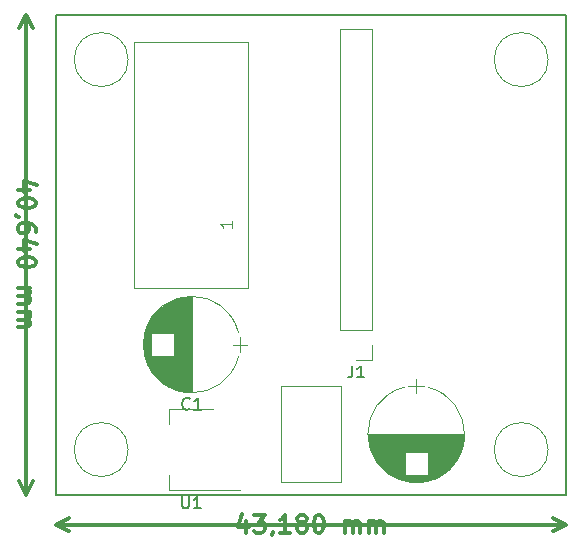
<source format=gto>
G04 #@! TF.FileFunction,Legend,Top*
%FSLAX46Y46*%
G04 Gerber Fmt 4.6, Leading zero omitted, Abs format (unit mm)*
G04 Created by KiCad (PCBNEW 4.0.7-e0-6372~58~ubuntu16.10.1) date Fri Jul 21 12:49:51 2017*
%MOMM*%
%LPD*%
G01*
G04 APERTURE LIST*
%ADD10C,0.100000*%
%ADD11C,0.300000*%
%ADD12C,0.200000*%
%ADD13C,0.120000*%
%ADD14C,0.150000*%
G04 APERTURE END LIST*
D10*
D11*
X150181429Y-88480001D02*
X149181429Y-88480001D01*
X150752857Y-88122858D02*
X149681429Y-87765715D01*
X149681429Y-88694287D01*
X150681429Y-89551429D02*
X150681429Y-89694286D01*
X150610000Y-89837143D01*
X150538571Y-89908572D01*
X150395714Y-89980001D01*
X150110000Y-90051429D01*
X149752857Y-90051429D01*
X149467143Y-89980001D01*
X149324286Y-89908572D01*
X149252857Y-89837143D01*
X149181429Y-89694286D01*
X149181429Y-89551429D01*
X149252857Y-89408572D01*
X149324286Y-89337143D01*
X149467143Y-89265715D01*
X149752857Y-89194286D01*
X150110000Y-89194286D01*
X150395714Y-89265715D01*
X150538571Y-89337143D01*
X150610000Y-89408572D01*
X150681429Y-89551429D01*
X149252857Y-90765714D02*
X149181429Y-90765714D01*
X149038571Y-90694286D01*
X148967143Y-90622857D01*
X150681429Y-92051429D02*
X150681429Y-91765715D01*
X150610000Y-91622858D01*
X150538571Y-91551429D01*
X150324286Y-91408572D01*
X150038571Y-91337143D01*
X149467143Y-91337143D01*
X149324286Y-91408572D01*
X149252857Y-91480000D01*
X149181429Y-91622858D01*
X149181429Y-91908572D01*
X149252857Y-92051429D01*
X149324286Y-92122858D01*
X149467143Y-92194286D01*
X149824286Y-92194286D01*
X149967143Y-92122858D01*
X150038571Y-92051429D01*
X150110000Y-91908572D01*
X150110000Y-91622858D01*
X150038571Y-91480000D01*
X149967143Y-91408572D01*
X149824286Y-91337143D01*
X150181429Y-93480000D02*
X149181429Y-93480000D01*
X150752857Y-93122857D02*
X149681429Y-92765714D01*
X149681429Y-93694286D01*
X150681429Y-94551428D02*
X150681429Y-94694285D01*
X150610000Y-94837142D01*
X150538571Y-94908571D01*
X150395714Y-94980000D01*
X150110000Y-95051428D01*
X149752857Y-95051428D01*
X149467143Y-94980000D01*
X149324286Y-94908571D01*
X149252857Y-94837142D01*
X149181429Y-94694285D01*
X149181429Y-94551428D01*
X149252857Y-94408571D01*
X149324286Y-94337142D01*
X149467143Y-94265714D01*
X149752857Y-94194285D01*
X150110000Y-94194285D01*
X150395714Y-94265714D01*
X150538571Y-94337142D01*
X150610000Y-94408571D01*
X150681429Y-94551428D01*
X149181429Y-96837142D02*
X150181429Y-96837142D01*
X150038571Y-96837142D02*
X150110000Y-96908570D01*
X150181429Y-97051428D01*
X150181429Y-97265713D01*
X150110000Y-97408570D01*
X149967143Y-97479999D01*
X149181429Y-97479999D01*
X149967143Y-97479999D02*
X150110000Y-97551428D01*
X150181429Y-97694285D01*
X150181429Y-97908570D01*
X150110000Y-98051428D01*
X149967143Y-98122856D01*
X149181429Y-98122856D01*
X149181429Y-98837142D02*
X150181429Y-98837142D01*
X150038571Y-98837142D02*
X150110000Y-98908570D01*
X150181429Y-99051428D01*
X150181429Y-99265713D01*
X150110000Y-99408570D01*
X149967143Y-99479999D01*
X149181429Y-99479999D01*
X149967143Y-99479999D02*
X150110000Y-99551428D01*
X150181429Y-99694285D01*
X150181429Y-99908570D01*
X150110000Y-100051428D01*
X149967143Y-100122856D01*
X149181429Y-100122856D01*
X149860000Y-73660000D02*
X149860000Y-114300000D01*
X149860000Y-73660000D02*
X149860000Y-73660000D01*
X149860000Y-114300000D02*
X149860000Y-114300000D01*
X149860000Y-114300000D02*
X149273579Y-113173496D01*
X149860000Y-114300000D02*
X150446421Y-113173496D01*
X149860000Y-73660000D02*
X149273579Y-74786504D01*
X149860000Y-73660000D02*
X150446421Y-74786504D01*
X168490001Y-116518571D02*
X168490001Y-117518571D01*
X168132858Y-115947143D02*
X167775715Y-117018571D01*
X168704287Y-117018571D01*
X169132858Y-116018571D02*
X170061429Y-116018571D01*
X169561429Y-116590000D01*
X169775715Y-116590000D01*
X169918572Y-116661429D01*
X169990001Y-116732857D01*
X170061429Y-116875714D01*
X170061429Y-117232857D01*
X169990001Y-117375714D01*
X169918572Y-117447143D01*
X169775715Y-117518571D01*
X169347143Y-117518571D01*
X169204286Y-117447143D01*
X169132858Y-117375714D01*
X170775714Y-117447143D02*
X170775714Y-117518571D01*
X170704286Y-117661429D01*
X170632857Y-117732857D01*
X172204286Y-117518571D02*
X171347143Y-117518571D01*
X171775715Y-117518571D02*
X171775715Y-116018571D01*
X171632858Y-116232857D01*
X171490000Y-116375714D01*
X171347143Y-116447143D01*
X173061429Y-116661429D02*
X172918571Y-116590000D01*
X172847143Y-116518571D01*
X172775714Y-116375714D01*
X172775714Y-116304286D01*
X172847143Y-116161429D01*
X172918571Y-116090000D01*
X173061429Y-116018571D01*
X173347143Y-116018571D01*
X173490000Y-116090000D01*
X173561429Y-116161429D01*
X173632857Y-116304286D01*
X173632857Y-116375714D01*
X173561429Y-116518571D01*
X173490000Y-116590000D01*
X173347143Y-116661429D01*
X173061429Y-116661429D01*
X172918571Y-116732857D01*
X172847143Y-116804286D01*
X172775714Y-116947143D01*
X172775714Y-117232857D01*
X172847143Y-117375714D01*
X172918571Y-117447143D01*
X173061429Y-117518571D01*
X173347143Y-117518571D01*
X173490000Y-117447143D01*
X173561429Y-117375714D01*
X173632857Y-117232857D01*
X173632857Y-116947143D01*
X173561429Y-116804286D01*
X173490000Y-116732857D01*
X173347143Y-116661429D01*
X174561428Y-116018571D02*
X174704285Y-116018571D01*
X174847142Y-116090000D01*
X174918571Y-116161429D01*
X174990000Y-116304286D01*
X175061428Y-116590000D01*
X175061428Y-116947143D01*
X174990000Y-117232857D01*
X174918571Y-117375714D01*
X174847142Y-117447143D01*
X174704285Y-117518571D01*
X174561428Y-117518571D01*
X174418571Y-117447143D01*
X174347142Y-117375714D01*
X174275714Y-117232857D01*
X174204285Y-116947143D01*
X174204285Y-116590000D01*
X174275714Y-116304286D01*
X174347142Y-116161429D01*
X174418571Y-116090000D01*
X174561428Y-116018571D01*
X176847142Y-117518571D02*
X176847142Y-116518571D01*
X176847142Y-116661429D02*
X176918570Y-116590000D01*
X177061428Y-116518571D01*
X177275713Y-116518571D01*
X177418570Y-116590000D01*
X177489999Y-116732857D01*
X177489999Y-117518571D01*
X177489999Y-116732857D02*
X177561428Y-116590000D01*
X177704285Y-116518571D01*
X177918570Y-116518571D01*
X178061428Y-116590000D01*
X178132856Y-116732857D01*
X178132856Y-117518571D01*
X178847142Y-117518571D02*
X178847142Y-116518571D01*
X178847142Y-116661429D02*
X178918570Y-116590000D01*
X179061428Y-116518571D01*
X179275713Y-116518571D01*
X179418570Y-116590000D01*
X179489999Y-116732857D01*
X179489999Y-117518571D01*
X179489999Y-116732857D02*
X179561428Y-116590000D01*
X179704285Y-116518571D01*
X179918570Y-116518571D01*
X180061428Y-116590000D01*
X180132856Y-116732857D01*
X180132856Y-117518571D01*
X195580000Y-116840000D02*
X152400000Y-116840000D01*
X195580000Y-116840000D02*
X195580000Y-116840000D01*
X152400000Y-116840000D02*
X152400000Y-116840000D01*
X152400000Y-116840000D02*
X153526504Y-116253579D01*
X152400000Y-116840000D02*
X153526504Y-117426421D01*
X195580000Y-116840000D02*
X194453496Y-116253579D01*
X195580000Y-116840000D02*
X194453496Y-117426421D01*
D12*
X152400000Y-114300000D02*
X152400000Y-73660000D01*
X153670000Y-114300000D02*
X152400000Y-114300000D01*
X195580000Y-114300000D02*
X153670000Y-114300000D01*
X195580000Y-73660000D02*
X195580000Y-114300000D01*
X152400000Y-73660000D02*
X195580000Y-73660000D01*
D13*
X158496000Y-110490000D02*
G75*
G03X158496000Y-110490000I-2286000J0D01*
G01*
X158496000Y-77470000D02*
G75*
G03X158496000Y-77470000I-2286000J0D01*
G01*
X194056000Y-77470000D02*
G75*
G03X194056000Y-77470000I-2286000J0D01*
G01*
X163870000Y-105650000D02*
X163870000Y-97550000D01*
X163830000Y-105650000D02*
X163830000Y-97550000D01*
X163790000Y-105650000D02*
X163790000Y-97550000D01*
X163750000Y-105649000D02*
X163750000Y-97551000D01*
X163710000Y-105647000D02*
X163710000Y-97553000D01*
X163670000Y-105646000D02*
X163670000Y-97554000D01*
X163630000Y-105643000D02*
X163630000Y-97557000D01*
X163590000Y-105641000D02*
X163590000Y-97559000D01*
X163550000Y-105638000D02*
X163550000Y-97562000D01*
X163510000Y-105635000D02*
X163510000Y-97565000D01*
X163470000Y-105631000D02*
X163470000Y-97569000D01*
X163430000Y-105627000D02*
X163430000Y-97573000D01*
X163390000Y-105622000D02*
X163390000Y-97578000D01*
X163350000Y-105617000D02*
X163350000Y-97583000D01*
X163310000Y-105612000D02*
X163310000Y-97588000D01*
X163270000Y-105606000D02*
X163270000Y-97594000D01*
X163230000Y-105600000D02*
X163230000Y-97600000D01*
X163190000Y-105594000D02*
X163190000Y-97606000D01*
X163149000Y-105587000D02*
X163149000Y-97613000D01*
X163109000Y-105579000D02*
X163109000Y-97621000D01*
X163069000Y-105571000D02*
X163069000Y-97629000D01*
X163029000Y-105563000D02*
X163029000Y-97637000D01*
X162989000Y-105555000D02*
X162989000Y-97645000D01*
X162949000Y-105546000D02*
X162949000Y-97654000D01*
X162909000Y-105536000D02*
X162909000Y-97664000D01*
X162869000Y-105526000D02*
X162869000Y-97674000D01*
X162829000Y-105516000D02*
X162829000Y-97684000D01*
X162789000Y-105505000D02*
X162789000Y-97695000D01*
X162749000Y-105494000D02*
X162749000Y-97706000D01*
X162709000Y-105483000D02*
X162709000Y-97717000D01*
X162669000Y-105470000D02*
X162669000Y-97730000D01*
X162629000Y-105458000D02*
X162629000Y-97742000D01*
X162589000Y-105445000D02*
X162589000Y-97755000D01*
X162549000Y-105432000D02*
X162549000Y-97768000D01*
X162509000Y-105418000D02*
X162509000Y-97782000D01*
X162469000Y-105403000D02*
X162469000Y-97797000D01*
X162429000Y-105389000D02*
X162429000Y-97811000D01*
X162389000Y-105373000D02*
X162389000Y-97827000D01*
X162349000Y-105358000D02*
X162349000Y-102580000D01*
X162349000Y-100620000D02*
X162349000Y-97842000D01*
X162309000Y-105341000D02*
X162309000Y-102580000D01*
X162309000Y-100620000D02*
X162309000Y-97859000D01*
X162269000Y-105325000D02*
X162269000Y-102580000D01*
X162269000Y-100620000D02*
X162269000Y-97875000D01*
X162229000Y-105307000D02*
X162229000Y-102580000D01*
X162229000Y-100620000D02*
X162229000Y-97893000D01*
X162189000Y-105290000D02*
X162189000Y-102580000D01*
X162189000Y-100620000D02*
X162189000Y-97910000D01*
X162149000Y-105271000D02*
X162149000Y-102580000D01*
X162149000Y-100620000D02*
X162149000Y-97929000D01*
X162109000Y-105252000D02*
X162109000Y-102580000D01*
X162109000Y-100620000D02*
X162109000Y-97948000D01*
X162069000Y-105233000D02*
X162069000Y-102580000D01*
X162069000Y-100620000D02*
X162069000Y-97967000D01*
X162029000Y-105213000D02*
X162029000Y-102580000D01*
X162029000Y-100620000D02*
X162029000Y-97987000D01*
X161989000Y-105193000D02*
X161989000Y-102580000D01*
X161989000Y-100620000D02*
X161989000Y-98007000D01*
X161949000Y-105172000D02*
X161949000Y-102580000D01*
X161949000Y-100620000D02*
X161949000Y-98028000D01*
X161909000Y-105150000D02*
X161909000Y-102580000D01*
X161909000Y-100620000D02*
X161909000Y-98050000D01*
X161869000Y-105128000D02*
X161869000Y-102580000D01*
X161869000Y-100620000D02*
X161869000Y-98072000D01*
X161829000Y-105105000D02*
X161829000Y-102580000D01*
X161829000Y-100620000D02*
X161829000Y-98095000D01*
X161789000Y-105082000D02*
X161789000Y-102580000D01*
X161789000Y-100620000D02*
X161789000Y-98118000D01*
X161749000Y-105058000D02*
X161749000Y-102580000D01*
X161749000Y-100620000D02*
X161749000Y-98142000D01*
X161709000Y-105034000D02*
X161709000Y-102580000D01*
X161709000Y-100620000D02*
X161709000Y-98166000D01*
X161669000Y-105008000D02*
X161669000Y-102580000D01*
X161669000Y-100620000D02*
X161669000Y-98192000D01*
X161629000Y-104983000D02*
X161629000Y-102580000D01*
X161629000Y-100620000D02*
X161629000Y-98217000D01*
X161589000Y-104956000D02*
X161589000Y-102580000D01*
X161589000Y-100620000D02*
X161589000Y-98244000D01*
X161549000Y-104929000D02*
X161549000Y-102580000D01*
X161549000Y-100620000D02*
X161549000Y-98271000D01*
X161509000Y-104901000D02*
X161509000Y-102580000D01*
X161509000Y-100620000D02*
X161509000Y-98299000D01*
X161469000Y-104872000D02*
X161469000Y-102580000D01*
X161469000Y-100620000D02*
X161469000Y-98328000D01*
X161429000Y-104843000D02*
X161429000Y-102580000D01*
X161429000Y-100620000D02*
X161429000Y-98357000D01*
X161389000Y-104813000D02*
X161389000Y-102580000D01*
X161389000Y-100620000D02*
X161389000Y-98387000D01*
X161349000Y-104782000D02*
X161349000Y-102580000D01*
X161349000Y-100620000D02*
X161349000Y-98418000D01*
X161309000Y-104750000D02*
X161309000Y-102580000D01*
X161309000Y-100620000D02*
X161309000Y-98450000D01*
X161269000Y-104718000D02*
X161269000Y-102580000D01*
X161269000Y-100620000D02*
X161269000Y-98482000D01*
X161229000Y-104684000D02*
X161229000Y-102580000D01*
X161229000Y-100620000D02*
X161229000Y-98516000D01*
X161189000Y-104650000D02*
X161189000Y-102580000D01*
X161189000Y-100620000D02*
X161189000Y-98550000D01*
X161149000Y-104615000D02*
X161149000Y-102580000D01*
X161149000Y-100620000D02*
X161149000Y-98585000D01*
X161109000Y-104579000D02*
X161109000Y-102580000D01*
X161109000Y-100620000D02*
X161109000Y-98621000D01*
X161069000Y-104542000D02*
X161069000Y-102580000D01*
X161069000Y-100620000D02*
X161069000Y-98658000D01*
X161029000Y-104504000D02*
X161029000Y-102580000D01*
X161029000Y-100620000D02*
X161029000Y-98696000D01*
X160989000Y-104465000D02*
X160989000Y-102580000D01*
X160989000Y-100620000D02*
X160989000Y-98735000D01*
X160949000Y-104424000D02*
X160949000Y-102580000D01*
X160949000Y-100620000D02*
X160949000Y-98776000D01*
X160909000Y-104383000D02*
X160909000Y-102580000D01*
X160909000Y-100620000D02*
X160909000Y-98817000D01*
X160869000Y-104340000D02*
X160869000Y-102580000D01*
X160869000Y-100620000D02*
X160869000Y-98860000D01*
X160829000Y-104297000D02*
X160829000Y-102580000D01*
X160829000Y-100620000D02*
X160829000Y-98903000D01*
X160789000Y-104252000D02*
X160789000Y-102580000D01*
X160789000Y-100620000D02*
X160789000Y-98948000D01*
X160749000Y-104205000D02*
X160749000Y-102580000D01*
X160749000Y-100620000D02*
X160749000Y-98995000D01*
X160709000Y-104157000D02*
X160709000Y-102580000D01*
X160709000Y-100620000D02*
X160709000Y-99043000D01*
X160669000Y-104108000D02*
X160669000Y-102580000D01*
X160669000Y-100620000D02*
X160669000Y-99092000D01*
X160629000Y-104057000D02*
X160629000Y-102580000D01*
X160629000Y-100620000D02*
X160629000Y-99143000D01*
X160589000Y-104004000D02*
X160589000Y-102580000D01*
X160589000Y-100620000D02*
X160589000Y-99196000D01*
X160549000Y-103949000D02*
X160549000Y-102580000D01*
X160549000Y-100620000D02*
X160549000Y-99251000D01*
X160509000Y-103893000D02*
X160509000Y-102580000D01*
X160509000Y-100620000D02*
X160509000Y-99307000D01*
X160469000Y-103834000D02*
X160469000Y-102580000D01*
X160469000Y-100620000D02*
X160469000Y-99366000D01*
X160429000Y-103773000D02*
X160429000Y-102580000D01*
X160429000Y-100620000D02*
X160429000Y-99427000D01*
X160389000Y-103709000D02*
X160389000Y-99491000D01*
X160349000Y-103643000D02*
X160349000Y-99557000D01*
X160309000Y-103574000D02*
X160309000Y-99626000D01*
X160269000Y-103502000D02*
X160269000Y-99698000D01*
X160229000Y-103426000D02*
X160229000Y-99774000D01*
X160189000Y-103345000D02*
X160189000Y-99855000D01*
X160149000Y-103260000D02*
X160149000Y-99940000D01*
X160109000Y-103170000D02*
X160109000Y-100030000D01*
X160069000Y-103073000D02*
X160069000Y-100127000D01*
X160029000Y-102969000D02*
X160029000Y-100231000D01*
X159989000Y-102854000D02*
X159989000Y-100346000D01*
X159949000Y-102727000D02*
X159949000Y-100473000D01*
X159909000Y-102583000D02*
X159909000Y-100617000D01*
X159869000Y-102414000D02*
X159869000Y-100786000D01*
X159829000Y-102198000D02*
X159829000Y-101002000D01*
X159789000Y-101846000D02*
X159789000Y-101354000D01*
X168570000Y-101600000D02*
X167370000Y-101600000D01*
X167970000Y-102250000D02*
X167970000Y-100950000D01*
X159898684Y-102578135D02*
G75*
G03X167840856Y-102580000I3971316J978135D01*
G01*
X159898684Y-100621865D02*
G75*
G02X167840856Y-100620000I3971316J-978135D01*
G01*
X159898684Y-100621865D02*
G75*
G03X159899144Y-102580000I3971316J-978135D01*
G01*
X186930000Y-109180000D02*
X178830000Y-109180000D01*
X186930000Y-109220000D02*
X178830000Y-109220000D01*
X186930000Y-109260000D02*
X178830000Y-109260000D01*
X186929000Y-109300000D02*
X178831000Y-109300000D01*
X186927000Y-109340000D02*
X178833000Y-109340000D01*
X186926000Y-109380000D02*
X178834000Y-109380000D01*
X186923000Y-109420000D02*
X178837000Y-109420000D01*
X186921000Y-109460000D02*
X178839000Y-109460000D01*
X186918000Y-109500000D02*
X178842000Y-109500000D01*
X186915000Y-109540000D02*
X178845000Y-109540000D01*
X186911000Y-109580000D02*
X178849000Y-109580000D01*
X186907000Y-109620000D02*
X178853000Y-109620000D01*
X186902000Y-109660000D02*
X178858000Y-109660000D01*
X186897000Y-109700000D02*
X178863000Y-109700000D01*
X186892000Y-109740000D02*
X178868000Y-109740000D01*
X186886000Y-109780000D02*
X178874000Y-109780000D01*
X186880000Y-109820000D02*
X178880000Y-109820000D01*
X186874000Y-109860000D02*
X178886000Y-109860000D01*
X186867000Y-109901000D02*
X178893000Y-109901000D01*
X186859000Y-109941000D02*
X178901000Y-109941000D01*
X186851000Y-109981000D02*
X178909000Y-109981000D01*
X186843000Y-110021000D02*
X178917000Y-110021000D01*
X186835000Y-110061000D02*
X178925000Y-110061000D01*
X186826000Y-110101000D02*
X178934000Y-110101000D01*
X186816000Y-110141000D02*
X178944000Y-110141000D01*
X186806000Y-110181000D02*
X178954000Y-110181000D01*
X186796000Y-110221000D02*
X178964000Y-110221000D01*
X186785000Y-110261000D02*
X178975000Y-110261000D01*
X186774000Y-110301000D02*
X178986000Y-110301000D01*
X186763000Y-110341000D02*
X178997000Y-110341000D01*
X186750000Y-110381000D02*
X179010000Y-110381000D01*
X186738000Y-110421000D02*
X179022000Y-110421000D01*
X186725000Y-110461000D02*
X179035000Y-110461000D01*
X186712000Y-110501000D02*
X179048000Y-110501000D01*
X186698000Y-110541000D02*
X179062000Y-110541000D01*
X186683000Y-110581000D02*
X179077000Y-110581000D01*
X186669000Y-110621000D02*
X179091000Y-110621000D01*
X186653000Y-110661000D02*
X179107000Y-110661000D01*
X186638000Y-110701000D02*
X183860000Y-110701000D01*
X181900000Y-110701000D02*
X179122000Y-110701000D01*
X186621000Y-110741000D02*
X183860000Y-110741000D01*
X181900000Y-110741000D02*
X179139000Y-110741000D01*
X186605000Y-110781000D02*
X183860000Y-110781000D01*
X181900000Y-110781000D02*
X179155000Y-110781000D01*
X186587000Y-110821000D02*
X183860000Y-110821000D01*
X181900000Y-110821000D02*
X179173000Y-110821000D01*
X186570000Y-110861000D02*
X183860000Y-110861000D01*
X181900000Y-110861000D02*
X179190000Y-110861000D01*
X186551000Y-110901000D02*
X183860000Y-110901000D01*
X181900000Y-110901000D02*
X179209000Y-110901000D01*
X186532000Y-110941000D02*
X183860000Y-110941000D01*
X181900000Y-110941000D02*
X179228000Y-110941000D01*
X186513000Y-110981000D02*
X183860000Y-110981000D01*
X181900000Y-110981000D02*
X179247000Y-110981000D01*
X186493000Y-111021000D02*
X183860000Y-111021000D01*
X181900000Y-111021000D02*
X179267000Y-111021000D01*
X186473000Y-111061000D02*
X183860000Y-111061000D01*
X181900000Y-111061000D02*
X179287000Y-111061000D01*
X186452000Y-111101000D02*
X183860000Y-111101000D01*
X181900000Y-111101000D02*
X179308000Y-111101000D01*
X186430000Y-111141000D02*
X183860000Y-111141000D01*
X181900000Y-111141000D02*
X179330000Y-111141000D01*
X186408000Y-111181000D02*
X183860000Y-111181000D01*
X181900000Y-111181000D02*
X179352000Y-111181000D01*
X186385000Y-111221000D02*
X183860000Y-111221000D01*
X181900000Y-111221000D02*
X179375000Y-111221000D01*
X186362000Y-111261000D02*
X183860000Y-111261000D01*
X181900000Y-111261000D02*
X179398000Y-111261000D01*
X186338000Y-111301000D02*
X183860000Y-111301000D01*
X181900000Y-111301000D02*
X179422000Y-111301000D01*
X186314000Y-111341000D02*
X183860000Y-111341000D01*
X181900000Y-111341000D02*
X179446000Y-111341000D01*
X186288000Y-111381000D02*
X183860000Y-111381000D01*
X181900000Y-111381000D02*
X179472000Y-111381000D01*
X186263000Y-111421000D02*
X183860000Y-111421000D01*
X181900000Y-111421000D02*
X179497000Y-111421000D01*
X186236000Y-111461000D02*
X183860000Y-111461000D01*
X181900000Y-111461000D02*
X179524000Y-111461000D01*
X186209000Y-111501000D02*
X183860000Y-111501000D01*
X181900000Y-111501000D02*
X179551000Y-111501000D01*
X186181000Y-111541000D02*
X183860000Y-111541000D01*
X181900000Y-111541000D02*
X179579000Y-111541000D01*
X186152000Y-111581000D02*
X183860000Y-111581000D01*
X181900000Y-111581000D02*
X179608000Y-111581000D01*
X186123000Y-111621000D02*
X183860000Y-111621000D01*
X181900000Y-111621000D02*
X179637000Y-111621000D01*
X186093000Y-111661000D02*
X183860000Y-111661000D01*
X181900000Y-111661000D02*
X179667000Y-111661000D01*
X186062000Y-111701000D02*
X183860000Y-111701000D01*
X181900000Y-111701000D02*
X179698000Y-111701000D01*
X186030000Y-111741000D02*
X183860000Y-111741000D01*
X181900000Y-111741000D02*
X179730000Y-111741000D01*
X185998000Y-111781000D02*
X183860000Y-111781000D01*
X181900000Y-111781000D02*
X179762000Y-111781000D01*
X185964000Y-111821000D02*
X183860000Y-111821000D01*
X181900000Y-111821000D02*
X179796000Y-111821000D01*
X185930000Y-111861000D02*
X183860000Y-111861000D01*
X181900000Y-111861000D02*
X179830000Y-111861000D01*
X185895000Y-111901000D02*
X183860000Y-111901000D01*
X181900000Y-111901000D02*
X179865000Y-111901000D01*
X185859000Y-111941000D02*
X183860000Y-111941000D01*
X181900000Y-111941000D02*
X179901000Y-111941000D01*
X185822000Y-111981000D02*
X183860000Y-111981000D01*
X181900000Y-111981000D02*
X179938000Y-111981000D01*
X185784000Y-112021000D02*
X183860000Y-112021000D01*
X181900000Y-112021000D02*
X179976000Y-112021000D01*
X185745000Y-112061000D02*
X183860000Y-112061000D01*
X181900000Y-112061000D02*
X180015000Y-112061000D01*
X185704000Y-112101000D02*
X183860000Y-112101000D01*
X181900000Y-112101000D02*
X180056000Y-112101000D01*
X185663000Y-112141000D02*
X183860000Y-112141000D01*
X181900000Y-112141000D02*
X180097000Y-112141000D01*
X185620000Y-112181000D02*
X183860000Y-112181000D01*
X181900000Y-112181000D02*
X180140000Y-112181000D01*
X185577000Y-112221000D02*
X183860000Y-112221000D01*
X181900000Y-112221000D02*
X180183000Y-112221000D01*
X185532000Y-112261000D02*
X183860000Y-112261000D01*
X181900000Y-112261000D02*
X180228000Y-112261000D01*
X185485000Y-112301000D02*
X183860000Y-112301000D01*
X181900000Y-112301000D02*
X180275000Y-112301000D01*
X185437000Y-112341000D02*
X183860000Y-112341000D01*
X181900000Y-112341000D02*
X180323000Y-112341000D01*
X185388000Y-112381000D02*
X183860000Y-112381000D01*
X181900000Y-112381000D02*
X180372000Y-112381000D01*
X185337000Y-112421000D02*
X183860000Y-112421000D01*
X181900000Y-112421000D02*
X180423000Y-112421000D01*
X185284000Y-112461000D02*
X183860000Y-112461000D01*
X181900000Y-112461000D02*
X180476000Y-112461000D01*
X185229000Y-112501000D02*
X183860000Y-112501000D01*
X181900000Y-112501000D02*
X180531000Y-112501000D01*
X185173000Y-112541000D02*
X183860000Y-112541000D01*
X181900000Y-112541000D02*
X180587000Y-112541000D01*
X185114000Y-112581000D02*
X183860000Y-112581000D01*
X181900000Y-112581000D02*
X180646000Y-112581000D01*
X185053000Y-112621000D02*
X183860000Y-112621000D01*
X181900000Y-112621000D02*
X180707000Y-112621000D01*
X184989000Y-112661000D02*
X180771000Y-112661000D01*
X184923000Y-112701000D02*
X180837000Y-112701000D01*
X184854000Y-112741000D02*
X180906000Y-112741000D01*
X184782000Y-112781000D02*
X180978000Y-112781000D01*
X184706000Y-112821000D02*
X181054000Y-112821000D01*
X184625000Y-112861000D02*
X181135000Y-112861000D01*
X184540000Y-112901000D02*
X181220000Y-112901000D01*
X184450000Y-112941000D02*
X181310000Y-112941000D01*
X184353000Y-112981000D02*
X181407000Y-112981000D01*
X184249000Y-113021000D02*
X181511000Y-113021000D01*
X184134000Y-113061000D02*
X181626000Y-113061000D01*
X184007000Y-113101000D02*
X181753000Y-113101000D01*
X183863000Y-113141000D02*
X181897000Y-113141000D01*
X183694000Y-113181000D02*
X182066000Y-113181000D01*
X183478000Y-113221000D02*
X182282000Y-113221000D01*
X183126000Y-113261000D02*
X182634000Y-113261000D01*
X182880000Y-104480000D02*
X182880000Y-105680000D01*
X183530000Y-105080000D02*
X182230000Y-105080000D01*
X183858135Y-113151316D02*
G75*
G03X183860000Y-105209144I-978135J3971316D01*
G01*
X181901865Y-113151316D02*
G75*
G02X181900000Y-105209144I978135J3971316D01*
G01*
X181901865Y-113151316D02*
G75*
G03X183860000Y-113150856I978135J3971316D01*
G01*
X176550000Y-105120000D02*
X176550000Y-113240000D01*
X171430000Y-105120000D02*
X171430000Y-113240000D01*
X176550000Y-105120000D02*
X171430000Y-105120000D01*
X176550000Y-113240000D02*
X171430000Y-113240000D01*
X159030000Y-96770000D02*
X159030000Y-75950000D01*
X159030000Y-75950000D02*
X168630000Y-75950000D01*
X168630000Y-75950000D02*
X168630000Y-96770000D01*
X168630000Y-96770000D02*
X159030000Y-96770000D01*
X179130000Y-74870000D02*
X176470000Y-74870000D01*
X179130000Y-100330000D02*
X179130000Y-74870000D01*
X176470000Y-100330000D02*
X176470000Y-74870000D01*
X179130000Y-100330000D02*
X176470000Y-100330000D01*
X179130000Y-101600000D02*
X179130000Y-102930000D01*
X179130000Y-102930000D02*
X177800000Y-102930000D01*
X161920000Y-107080000D02*
X161920000Y-108340000D01*
X161920000Y-113900000D02*
X161920000Y-112640000D01*
X165680000Y-107080000D02*
X161920000Y-107080000D01*
X167930000Y-113900000D02*
X161920000Y-113900000D01*
X194056000Y-110490000D02*
G75*
G03X194056000Y-110490000I-2286000J0D01*
G01*
D14*
X163703334Y-107017143D02*
X163655715Y-107064762D01*
X163512858Y-107112381D01*
X163417620Y-107112381D01*
X163274762Y-107064762D01*
X163179524Y-106969524D01*
X163131905Y-106874286D01*
X163084286Y-106683810D01*
X163084286Y-106540952D01*
X163131905Y-106350476D01*
X163179524Y-106255238D01*
X163274762Y-106160000D01*
X163417620Y-106112381D01*
X163512858Y-106112381D01*
X163655715Y-106160000D01*
X163703334Y-106207619D01*
X164655715Y-107112381D02*
X164084286Y-107112381D01*
X164370000Y-107112381D02*
X164370000Y-106112381D01*
X164274762Y-106255238D01*
X164179524Y-106350476D01*
X164084286Y-106398095D01*
D13*
X167272381Y-91134285D02*
X167272381Y-91705714D01*
X167272381Y-91420000D02*
X166272381Y-91420000D01*
X166415238Y-91515238D01*
X166510476Y-91610476D01*
X166558095Y-91705714D01*
D14*
X177466667Y-103382381D02*
X177466667Y-104096667D01*
X177419047Y-104239524D01*
X177323809Y-104334762D01*
X177180952Y-104382381D01*
X177085714Y-104382381D01*
X178466667Y-104382381D02*
X177895238Y-104382381D01*
X178180952Y-104382381D02*
X178180952Y-103382381D01*
X178085714Y-103525238D01*
X177990476Y-103620476D01*
X177895238Y-103668095D01*
X163068095Y-114442381D02*
X163068095Y-115251905D01*
X163115714Y-115347143D01*
X163163333Y-115394762D01*
X163258571Y-115442381D01*
X163449048Y-115442381D01*
X163544286Y-115394762D01*
X163591905Y-115347143D01*
X163639524Y-115251905D01*
X163639524Y-114442381D01*
X164639524Y-115442381D02*
X164068095Y-115442381D01*
X164353809Y-115442381D02*
X164353809Y-114442381D01*
X164258571Y-114585238D01*
X164163333Y-114680476D01*
X164068095Y-114728095D01*
M02*

</source>
